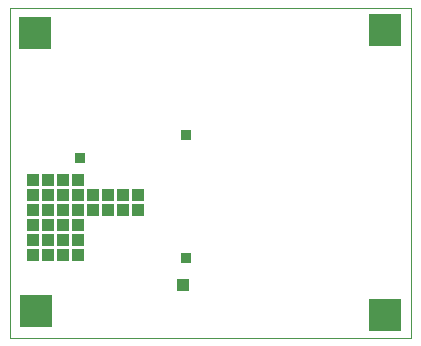
<source format=gbs>
G75*
%MOIN*%
%OFA0B0*%
%FSLAX25Y25*%
%IPPOS*%
%LPD*%
%AMOC8*
5,1,8,0,0,1.08239X$1,22.5*
%
%ADD10C,0.00000*%
%ADD11R,0.03569X0.03569*%
%ADD12R,0.03962X0.03962*%
%ADD13R,0.11030X0.11030*%
D10*
X0004162Y0004162D02*
X0004162Y0114123D01*
X0137863Y0114123D01*
X0137863Y0004162D01*
X0004162Y0004162D01*
D11*
X0062843Y0030619D03*
X0027430Y0064162D03*
X0062843Y0071662D03*
D12*
X0046662Y0051662D03*
X0046662Y0046662D03*
X0041662Y0046662D03*
X0036662Y0046662D03*
X0031662Y0046662D03*
X0026662Y0046662D03*
X0021662Y0046662D03*
X0021662Y0041662D03*
X0026662Y0041662D03*
X0026662Y0036662D03*
X0021662Y0036662D03*
X0021662Y0031662D03*
X0026662Y0031662D03*
X0016662Y0031662D03*
X0011662Y0031662D03*
X0011662Y0036662D03*
X0016662Y0036662D03*
X0016662Y0041662D03*
X0011662Y0041662D03*
X0011662Y0046662D03*
X0016662Y0046662D03*
X0016662Y0051662D03*
X0011662Y0051662D03*
X0011662Y0056662D03*
X0016662Y0056662D03*
X0021662Y0056662D03*
X0026662Y0056662D03*
X0026662Y0051662D03*
X0021662Y0051662D03*
X0031662Y0051662D03*
X0036662Y0051662D03*
X0041662Y0051662D03*
X0061662Y0021662D03*
D13*
X0012981Y0012981D03*
X0012430Y0105737D03*
X0129162Y0106662D03*
X0129162Y0011662D03*
M02*

</source>
